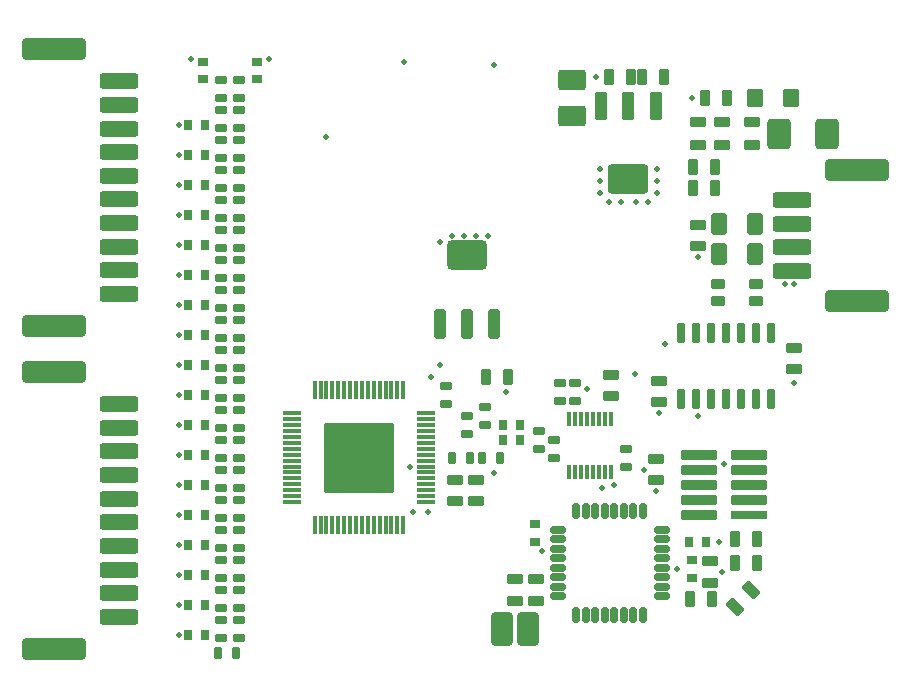
<source format=gts>
G04 Layer_Color=8388736*
%FSLAX25Y25*%
%MOIN*%
G70*
G01*
G75*
G04:AMPARAMS|DCode=45|XSize=41.4mil|YSize=98.49mil|CornerRadius=11.35mil|HoleSize=0mil|Usage=FLASHONLY|Rotation=180.000|XOffset=0mil|YOffset=0mil|HoleType=Round|Shape=RoundedRectangle|*
%AMROUNDEDRECTD45*
21,1,0.04140,0.07579,0,0,180.0*
21,1,0.01870,0.09849,0,0,180.0*
1,1,0.02270,-0.00935,0.03789*
1,1,0.02270,0.00935,0.03789*
1,1,0.02270,0.00935,-0.03789*
1,1,0.02270,-0.00935,-0.03789*
%
%ADD45ROUNDEDRECTD45*%
G04:AMPARAMS|DCode=46|XSize=133.92mil|YSize=98.49mil|CornerRadius=16.17mil|HoleSize=0mil|Usage=FLASHONLY|Rotation=180.000|XOffset=0mil|YOffset=0mil|HoleType=Round|Shape=RoundedRectangle|*
%AMROUNDEDRECTD46*
21,1,0.13392,0.06614,0,0,180.0*
21,1,0.10157,0.09849,0,0,180.0*
1,1,0.03235,-0.05079,0.03307*
1,1,0.03235,0.05079,0.03307*
1,1,0.03235,0.05079,-0.03307*
1,1,0.03235,-0.05079,-0.03307*
%
%ADD46ROUNDEDRECTD46*%
G04:AMPARAMS|DCode=47|XSize=37.47mil|YSize=27.62mil|CornerRadius=4.36mil|HoleSize=0mil|Usage=FLASHONLY|Rotation=0.000|XOffset=0mil|YOffset=0mil|HoleType=Round|Shape=RoundedRectangle|*
%AMROUNDEDRECTD47*
21,1,0.03747,0.01890,0,0,0.0*
21,1,0.02874,0.02762,0,0,0.0*
1,1,0.00872,0.01437,-0.00945*
1,1,0.00872,-0.01437,-0.00945*
1,1,0.00872,-0.01437,0.00945*
1,1,0.00872,0.01437,0.00945*
%
%ADD47ROUNDEDRECTD47*%
G04:AMPARAMS|DCode=48|XSize=53.21mil|YSize=35.5mil|CornerRadius=5.15mil|HoleSize=0mil|Usage=FLASHONLY|Rotation=0.000|XOffset=0mil|YOffset=0mil|HoleType=Round|Shape=RoundedRectangle|*
%AMROUNDEDRECTD48*
21,1,0.05321,0.02520,0,0,0.0*
21,1,0.04291,0.03550,0,0,0.0*
1,1,0.01030,0.02146,-0.01260*
1,1,0.01030,-0.02146,-0.01260*
1,1,0.01030,-0.02146,0.01260*
1,1,0.01030,0.02146,0.01260*
%
%ADD48ROUNDEDRECTD48*%
G04:AMPARAMS|DCode=49|XSize=35.5mil|YSize=29.59mil|CornerRadius=8.4mil|HoleSize=0mil|Usage=FLASHONLY|Rotation=270.000|XOffset=0mil|YOffset=0mil|HoleType=Round|Shape=RoundedRectangle|*
%AMROUNDEDRECTD49*
21,1,0.03550,0.01279,0,0,270.0*
21,1,0.01870,0.02959,0,0,270.0*
1,1,0.01680,-0.00640,-0.00935*
1,1,0.01680,-0.00640,0.00935*
1,1,0.01680,0.00640,0.00935*
1,1,0.01680,0.00640,-0.00935*
%
%ADD49ROUNDEDRECTD49*%
G04:AMPARAMS|DCode=50|XSize=51.24mil|YSize=129.98mil|CornerRadius=9.09mil|HoleSize=0mil|Usage=FLASHONLY|Rotation=270.000|XOffset=0mil|YOffset=0mil|HoleType=Round|Shape=RoundedRectangle|*
%AMROUNDEDRECTD50*
21,1,0.05124,0.11181,0,0,270.0*
21,1,0.03307,0.12998,0,0,270.0*
1,1,0.01817,-0.05591,-0.01654*
1,1,0.01817,-0.05591,0.01654*
1,1,0.01817,0.05591,0.01654*
1,1,0.01817,0.05591,-0.01654*
%
%ADD50ROUNDEDRECTD50*%
G04:AMPARAMS|DCode=51|XSize=70.93mil|YSize=212.66mil|CornerRadius=12.04mil|HoleSize=0mil|Usage=FLASHONLY|Rotation=270.000|XOffset=0mil|YOffset=0mil|HoleType=Round|Shape=RoundedRectangle|*
%AMROUNDEDRECTD51*
21,1,0.07093,0.18858,0,0,270.0*
21,1,0.04685,0.21266,0,0,270.0*
1,1,0.02408,-0.09429,-0.02343*
1,1,0.02408,-0.09429,0.02343*
1,1,0.02408,0.09429,0.02343*
1,1,0.02408,0.09429,-0.02343*
%
%ADD51ROUNDEDRECTD51*%
G04:AMPARAMS|DCode=52|XSize=13.84mil|YSize=63.05mil|CornerRadius=4.46mil|HoleSize=0mil|Usage=FLASHONLY|Rotation=270.000|XOffset=0mil|YOffset=0mil|HoleType=Round|Shape=RoundedRectangle|*
%AMROUNDEDRECTD52*
21,1,0.01384,0.05413,0,0,270.0*
21,1,0.00492,0.06305,0,0,270.0*
1,1,0.00892,-0.02707,-0.00246*
1,1,0.00892,-0.02707,0.00246*
1,1,0.00892,0.02707,0.00246*
1,1,0.00892,0.02707,-0.00246*
%
%ADD52ROUNDEDRECTD52*%
G04:AMPARAMS|DCode=53|XSize=13.84mil|YSize=63.05mil|CornerRadius=4.46mil|HoleSize=0mil|Usage=FLASHONLY|Rotation=0.000|XOffset=0mil|YOffset=0mil|HoleType=Round|Shape=RoundedRectangle|*
%AMROUNDEDRECTD53*
21,1,0.01384,0.05413,0,0,0.0*
21,1,0.00492,0.06305,0,0,0.0*
1,1,0.00892,0.00246,-0.02707*
1,1,0.00892,-0.00246,-0.02707*
1,1,0.00892,-0.00246,0.02707*
1,1,0.00892,0.00246,0.02707*
%
%ADD53ROUNDEDRECTD53*%
G04:AMPARAMS|DCode=54|XSize=37.47mil|YSize=27.62mil|CornerRadius=4.36mil|HoleSize=0mil|Usage=FLASHONLY|Rotation=90.000|XOffset=0mil|YOffset=0mil|HoleType=Round|Shape=RoundedRectangle|*
%AMROUNDEDRECTD54*
21,1,0.03747,0.01890,0,0,90.0*
21,1,0.02874,0.02762,0,0,90.0*
1,1,0.00872,0.00945,0.01437*
1,1,0.00872,0.00945,-0.01437*
1,1,0.00872,-0.00945,-0.01437*
1,1,0.00872,-0.00945,0.01437*
%
%ADD54ROUNDEDRECTD54*%
G04:AMPARAMS|DCode=55|XSize=53.21mil|YSize=31.56mil|CornerRadius=4.76mil|HoleSize=0mil|Usage=FLASHONLY|Rotation=90.000|XOffset=0mil|YOffset=0mil|HoleType=Round|Shape=RoundedRectangle|*
%AMROUNDEDRECTD55*
21,1,0.05321,0.02205,0,0,90.0*
21,1,0.04370,0.03156,0,0,90.0*
1,1,0.00951,0.01102,0.02185*
1,1,0.00951,0.01102,-0.02185*
1,1,0.00951,-0.01102,-0.02185*
1,1,0.00951,-0.01102,0.02185*
%
%ADD55ROUNDEDRECTD55*%
G04:AMPARAMS|DCode=56|XSize=53.21mil|YSize=35.5mil|CornerRadius=5.15mil|HoleSize=0mil|Usage=FLASHONLY|Rotation=270.000|XOffset=0mil|YOffset=0mil|HoleType=Round|Shape=RoundedRectangle|*
%AMROUNDEDRECTD56*
21,1,0.05321,0.02520,0,0,270.0*
21,1,0.04291,0.03550,0,0,270.0*
1,1,0.01030,-0.01260,-0.02146*
1,1,0.01030,-0.01260,0.02146*
1,1,0.01030,0.01260,0.02146*
1,1,0.01030,0.01260,-0.02146*
%
%ADD56ROUNDEDRECTD56*%
G04:AMPARAMS|DCode=57|XSize=35.5mil|YSize=29.59mil|CornerRadius=8.4mil|HoleSize=0mil|Usage=FLASHONLY|Rotation=180.000|XOffset=0mil|YOffset=0mil|HoleType=Round|Shape=RoundedRectangle|*
%AMROUNDEDRECTD57*
21,1,0.03550,0.01279,0,0,180.0*
21,1,0.01870,0.02959,0,0,180.0*
1,1,0.01680,-0.00935,0.00640*
1,1,0.01680,0.00935,0.00640*
1,1,0.01680,0.00935,-0.00640*
1,1,0.01680,-0.00935,-0.00640*
%
%ADD57ROUNDEDRECTD57*%
G04:AMPARAMS|DCode=58|XSize=59.12mil|YSize=55.18mil|CornerRadius=7.12mil|HoleSize=0mil|Usage=FLASHONLY|Rotation=90.000|XOffset=0mil|YOffset=0mil|HoleType=Round|Shape=RoundedRectangle|*
%AMROUNDEDRECTD58*
21,1,0.05912,0.04095,0,0,90.0*
21,1,0.04488,0.05518,0,0,90.0*
1,1,0.01424,0.02047,0.02244*
1,1,0.01424,0.02047,-0.02244*
1,1,0.01424,-0.02047,-0.02244*
1,1,0.01424,-0.02047,0.02244*
%
%ADD58ROUNDEDRECTD58*%
G04:AMPARAMS|DCode=59|XSize=31.56mil|YSize=122.11mil|CornerRadius=6.13mil|HoleSize=0mil|Usage=FLASHONLY|Rotation=90.000|XOffset=0mil|YOffset=0mil|HoleType=Round|Shape=RoundedRectangle|*
%AMROUNDEDRECTD59*
21,1,0.03156,0.10984,0,0,90.0*
21,1,0.01929,0.12211,0,0,90.0*
1,1,0.01227,0.05492,0.00965*
1,1,0.01227,0.05492,-0.00965*
1,1,0.01227,-0.05492,-0.00965*
1,1,0.01227,-0.05492,0.00965*
%
%ADD59ROUNDEDRECTD59*%
%ADD60R,0.12211X0.03156*%
G04:AMPARAMS|DCode=61|XSize=110.3mil|YSize=70.93mil|CornerRadius=8.69mil|HoleSize=0mil|Usage=FLASHONLY|Rotation=270.000|XOffset=0mil|YOffset=0mil|HoleType=Round|Shape=RoundedRectangle|*
%AMROUNDEDRECTD61*
21,1,0.11030,0.05354,0,0,270.0*
21,1,0.09291,0.07093,0,0,270.0*
1,1,0.01739,-0.02677,-0.04646*
1,1,0.01739,-0.02677,0.04646*
1,1,0.01739,0.02677,0.04646*
1,1,0.01739,0.02677,-0.04646*
%
%ADD61ROUNDEDRECTD61*%
G04:AMPARAMS|DCode=62|XSize=27.62mil|YSize=66.99mil|CornerRadius=4.36mil|HoleSize=0mil|Usage=FLASHONLY|Rotation=180.000|XOffset=0mil|YOffset=0mil|HoleType=Round|Shape=RoundedRectangle|*
%AMROUNDEDRECTD62*
21,1,0.02762,0.05827,0,0,180.0*
21,1,0.01890,0.06699,0,0,180.0*
1,1,0.00872,-0.00945,0.02913*
1,1,0.00872,0.00945,0.02913*
1,1,0.00872,0.00945,-0.02913*
1,1,0.00872,-0.00945,-0.02913*
%
%ADD62ROUNDEDRECTD62*%
G04:AMPARAMS|DCode=63|XSize=23.68mil|YSize=55.18mil|CornerRadius=6.92mil|HoleSize=0mil|Usage=FLASHONLY|Rotation=0.000|XOffset=0mil|YOffset=0mil|HoleType=Round|Shape=RoundedRectangle|*
%AMROUNDEDRECTD63*
21,1,0.02368,0.04134,0,0,0.0*
21,1,0.00984,0.05518,0,0,0.0*
1,1,0.01384,0.00492,-0.02067*
1,1,0.01384,-0.00492,-0.02067*
1,1,0.01384,-0.00492,0.02067*
1,1,0.01384,0.00492,0.02067*
%
%ADD63ROUNDEDRECTD63*%
G04:AMPARAMS|DCode=64|XSize=23.68mil|YSize=55.18mil|CornerRadius=6.92mil|HoleSize=0mil|Usage=FLASHONLY|Rotation=270.000|XOffset=0mil|YOffset=0mil|HoleType=Round|Shape=RoundedRectangle|*
%AMROUNDEDRECTD64*
21,1,0.02368,0.04134,0,0,270.0*
21,1,0.00984,0.05518,0,0,270.0*
1,1,0.01384,-0.02067,-0.00492*
1,1,0.01384,-0.02067,0.00492*
1,1,0.01384,0.02067,0.00492*
1,1,0.01384,0.02067,-0.00492*
%
%ADD64ROUNDEDRECTD64*%
G04:AMPARAMS|DCode=65|XSize=133.92mil|YSize=98.49mil|CornerRadius=11.45mil|HoleSize=0mil|Usage=FLASHONLY|Rotation=0.000|XOffset=0mil|YOffset=0mil|HoleType=Round|Shape=RoundedRectangle|*
%AMROUNDEDRECTD65*
21,1,0.13392,0.07559,0,0,0.0*
21,1,0.11102,0.09849,0,0,0.0*
1,1,0.02290,0.05551,-0.03780*
1,1,0.02290,-0.05551,-0.03780*
1,1,0.02290,-0.05551,0.03780*
1,1,0.02290,0.05551,0.03780*
%
%ADD65ROUNDEDRECTD65*%
G04:AMPARAMS|DCode=66|XSize=41.4mil|YSize=90.61mil|CornerRadius=5.74mil|HoleSize=0mil|Usage=FLASHONLY|Rotation=0.000|XOffset=0mil|YOffset=0mil|HoleType=Round|Shape=RoundedRectangle|*
%AMROUNDEDRECTD66*
21,1,0.04140,0.07913,0,0,0.0*
21,1,0.02992,0.09061,0,0,0.0*
1,1,0.01148,0.01496,-0.03957*
1,1,0.01148,-0.01496,-0.03957*
1,1,0.01148,-0.01496,0.03957*
1,1,0.01148,0.01496,0.03957*
%
%ADD66ROUNDEDRECTD66*%
G04:AMPARAMS|DCode=67|XSize=53.21mil|YSize=31.56mil|CornerRadius=4.76mil|HoleSize=0mil|Usage=FLASHONLY|Rotation=0.000|XOffset=0mil|YOffset=0mil|HoleType=Round|Shape=RoundedRectangle|*
%AMROUNDEDRECTD67*
21,1,0.05321,0.02205,0,0,0.0*
21,1,0.04370,0.03156,0,0,0.0*
1,1,0.00951,0.02185,-0.01102*
1,1,0.00951,-0.02185,-0.01102*
1,1,0.00951,-0.02185,0.01102*
1,1,0.00951,0.02185,0.01102*
%
%ADD67ROUNDEDRECTD67*%
G04:AMPARAMS|DCode=68|XSize=70.93mil|YSize=51.24mil|CornerRadius=6.72mil|HoleSize=0mil|Usage=FLASHONLY|Rotation=90.000|XOffset=0mil|YOffset=0mil|HoleType=Round|Shape=RoundedRectangle|*
%AMROUNDEDRECTD68*
21,1,0.07093,0.03780,0,0,90.0*
21,1,0.05748,0.05124,0,0,90.0*
1,1,0.01345,0.01890,0.02874*
1,1,0.01345,0.01890,-0.02874*
1,1,0.01345,-0.01890,-0.02874*
1,1,0.01345,-0.01890,0.02874*
%
%ADD68ROUNDEDRECTD68*%
G04:AMPARAMS|DCode=69|XSize=47.31mil|YSize=35.5mil|CornerRadius=6.72mil|HoleSize=0mil|Usage=FLASHONLY|Rotation=180.000|XOffset=0mil|YOffset=0mil|HoleType=Round|Shape=RoundedRectangle|*
%AMROUNDEDRECTD69*
21,1,0.04731,0.02205,0,0,180.0*
21,1,0.03386,0.03550,0,0,180.0*
1,1,0.01345,-0.01693,0.01102*
1,1,0.01345,0.01693,0.01102*
1,1,0.01345,0.01693,-0.01102*
1,1,0.01345,-0.01693,-0.01102*
%
%ADD69ROUNDEDRECTD69*%
G04:AMPARAMS|DCode=70|XSize=59.12mil|YSize=35.5mil|CornerRadius=5.15mil|HoleSize=0mil|Usage=FLASHONLY|Rotation=315.000|XOffset=0mil|YOffset=0mil|HoleType=Round|Shape=RoundedRectangle|*
%AMROUNDEDRECTD70*
21,1,0.05912,0.02520,0,0,315.0*
21,1,0.04882,0.03550,0,0,315.0*
1,1,0.01030,0.00835,-0.02617*
1,1,0.01030,-0.02617,0.00835*
1,1,0.01030,-0.00835,0.02617*
1,1,0.01030,0.02617,-0.00835*
%
%ADD70ROUNDEDRECTD70*%
G04:AMPARAMS|DCode=71|XSize=78.8mil|YSize=102.43mil|CornerRadius=13.22mil|HoleSize=0mil|Usage=FLASHONLY|Rotation=180.000|XOffset=0mil|YOffset=0mil|HoleType=Round|Shape=RoundedRectangle|*
%AMROUNDEDRECTD71*
21,1,0.07880,0.07598,0,0,180.0*
21,1,0.05236,0.10243,0,0,180.0*
1,1,0.02644,-0.02618,0.03799*
1,1,0.02644,0.02618,0.03799*
1,1,0.02644,0.02618,-0.03799*
1,1,0.02644,-0.02618,-0.03799*
%
%ADD71ROUNDEDRECTD71*%
G04:AMPARAMS|DCode=72|XSize=94.55mil|YSize=68.96mil|CornerRadius=11.74mil|HoleSize=0mil|Usage=FLASHONLY|Rotation=180.000|XOffset=0mil|YOffset=0mil|HoleType=Round|Shape=RoundedRectangle|*
%AMROUNDEDRECTD72*
21,1,0.09455,0.04547,0,0,180.0*
21,1,0.07106,0.06896,0,0,180.0*
1,1,0.02349,-0.03553,0.02274*
1,1,0.02349,0.03553,0.02274*
1,1,0.02349,0.03553,-0.02274*
1,1,0.02349,-0.03553,-0.02274*
%
%ADD72ROUNDEDRECTD72*%
G04:AMPARAMS|DCode=73|XSize=15.02mil|YSize=47.31mil|CornerRadius=3.65mil|HoleSize=0mil|Usage=FLASHONLY|Rotation=180.000|XOffset=0mil|YOffset=0mil|HoleType=Round|Shape=RoundedRectangle|*
%AMROUNDEDRECTD73*
21,1,0.01502,0.04000,0,0,180.0*
21,1,0.00772,0.04731,0,0,180.0*
1,1,0.00731,-0.00386,0.02000*
1,1,0.00731,0.00386,0.02000*
1,1,0.00731,0.00386,-0.02000*
1,1,0.00731,-0.00386,-0.02000*
%
%ADD73ROUNDEDRECTD73*%
G04:AMPARAMS|DCode=74|XSize=236.28mil|YSize=236.28mil|CornerRadius=13.61mil|HoleSize=0mil|Usage=FLASHONLY|Rotation=270.000|XOffset=0mil|YOffset=0mil|HoleType=Round|Shape=RoundedRectangle|*
%AMROUNDEDRECTD74*
21,1,0.23628,0.20906,0,0,270.0*
21,1,0.20906,0.23628,0,0,270.0*
1,1,0.02723,-0.10453,-0.10453*
1,1,0.02723,-0.10453,0.10453*
1,1,0.02723,0.10453,0.10453*
1,1,0.02723,0.10453,-0.10453*
%
%ADD74ROUNDEDRECTD74*%
%ADD75C,0.00400*%
%ADD76C,0.01975*%
D45*
X140945Y119583D02*
D03*
X150000D02*
D03*
X159055D02*
D03*
D46*
X150000Y142417D02*
D03*
D47*
X74000Y30953D02*
D03*
Y25047D02*
D03*
X68000Y30953D02*
D03*
Y25047D02*
D03*
X74000Y40953D02*
D03*
Y35047D02*
D03*
X68000Y40953D02*
D03*
Y35047D02*
D03*
X74000Y20953D02*
D03*
Y15047D02*
D03*
X68000Y20953D02*
D03*
Y15047D02*
D03*
X74000Y50953D02*
D03*
Y45047D02*
D03*
X68000Y50953D02*
D03*
Y45047D02*
D03*
X74000Y60953D02*
D03*
Y55047D02*
D03*
X68000Y60953D02*
D03*
Y55047D02*
D03*
X74000Y70953D02*
D03*
Y65047D02*
D03*
X68000Y70953D02*
D03*
Y65047D02*
D03*
X74000Y80953D02*
D03*
Y75047D02*
D03*
X68000Y80953D02*
D03*
Y75047D02*
D03*
X74000Y90953D02*
D03*
Y85047D02*
D03*
X68000Y90953D02*
D03*
Y85047D02*
D03*
X74000Y100953D02*
D03*
Y95047D02*
D03*
X68000Y100953D02*
D03*
Y95047D02*
D03*
X74000Y110953D02*
D03*
Y105047D02*
D03*
X68000Y110953D02*
D03*
Y105047D02*
D03*
X143000Y98953D02*
D03*
Y93047D02*
D03*
X74000Y120953D02*
D03*
Y115047D02*
D03*
X68000Y120953D02*
D03*
Y115047D02*
D03*
X74000Y130953D02*
D03*
Y125047D02*
D03*
X68000Y130953D02*
D03*
Y125047D02*
D03*
X74000Y140953D02*
D03*
Y135047D02*
D03*
X203000Y72047D02*
D03*
Y77953D02*
D03*
X68000Y140953D02*
D03*
Y135047D02*
D03*
X74000Y150953D02*
D03*
Y145047D02*
D03*
X68000Y150953D02*
D03*
Y145047D02*
D03*
X74000Y160953D02*
D03*
Y155047D02*
D03*
X68000Y160953D02*
D03*
Y155047D02*
D03*
X74000Y170953D02*
D03*
Y165047D02*
D03*
X68000Y170953D02*
D03*
Y165047D02*
D03*
X74000Y180953D02*
D03*
Y175047D02*
D03*
X68000Y180953D02*
D03*
Y175047D02*
D03*
X74000Y190953D02*
D03*
Y185047D02*
D03*
X68000Y190953D02*
D03*
Y185047D02*
D03*
Y195047D02*
D03*
Y200953D02*
D03*
X74000Y195047D02*
D03*
Y200953D02*
D03*
X156000Y91953D02*
D03*
Y86047D02*
D03*
X150000Y88779D02*
D03*
Y82874D02*
D03*
X174000Y78047D02*
D03*
Y83953D02*
D03*
X179000Y75047D02*
D03*
Y80953D02*
D03*
X181000Y94047D02*
D03*
Y99953D02*
D03*
X186000D02*
D03*
Y94047D02*
D03*
D48*
X153000Y60457D02*
D03*
Y67543D02*
D03*
X146000Y60457D02*
D03*
Y67543D02*
D03*
X227000Y152543D02*
D03*
Y145457D02*
D03*
X259000Y111543D02*
D03*
Y104457D02*
D03*
X214000Y100543D02*
D03*
Y93457D02*
D03*
X231043Y40425D02*
D03*
Y33339D02*
D03*
X172980Y34425D02*
D03*
Y27339D02*
D03*
X165980Y34425D02*
D03*
Y27339D02*
D03*
X213000Y67457D02*
D03*
Y74543D02*
D03*
X198000Y95457D02*
D03*
Y102543D02*
D03*
D49*
X62854Y26000D02*
D03*
X57146D02*
D03*
X62854Y36000D02*
D03*
X57146D02*
D03*
X62854Y46000D02*
D03*
X57146D02*
D03*
X62854Y16000D02*
D03*
X57146D02*
D03*
X62854Y56000D02*
D03*
X57146D02*
D03*
X62854Y66000D02*
D03*
X57146D02*
D03*
X62854Y76000D02*
D03*
X57146D02*
D03*
X62854Y86000D02*
D03*
X57146D02*
D03*
X62854Y96000D02*
D03*
X57146D02*
D03*
X62854Y106000D02*
D03*
X57146D02*
D03*
X62854Y116000D02*
D03*
X57146D02*
D03*
X62854Y126000D02*
D03*
X57146D02*
D03*
X62854Y136000D02*
D03*
X57146D02*
D03*
X62854Y146000D02*
D03*
X57146D02*
D03*
X62854Y156000D02*
D03*
X57146D02*
D03*
X62854Y166000D02*
D03*
X57146D02*
D03*
X62854Y176000D02*
D03*
X57146D02*
D03*
X62854Y186000D02*
D03*
X57146D02*
D03*
X229854Y47000D02*
D03*
X224146D02*
D03*
X167854Y81000D02*
D03*
X162146D02*
D03*
X167854Y86000D02*
D03*
X162146D02*
D03*
D50*
X34055Y37697D02*
D03*
Y45571D02*
D03*
Y53445D02*
D03*
Y61319D02*
D03*
Y69193D02*
D03*
Y77067D02*
D03*
Y84941D02*
D03*
Y92815D02*
D03*
Y29823D02*
D03*
Y21949D02*
D03*
X34075Y145315D02*
D03*
Y153189D02*
D03*
Y161063D02*
D03*
Y168937D02*
D03*
Y176811D02*
D03*
Y184685D02*
D03*
Y192559D02*
D03*
Y200433D02*
D03*
Y137441D02*
D03*
Y129567D02*
D03*
X258425Y160811D02*
D03*
Y152937D02*
D03*
Y145063D02*
D03*
Y137189D02*
D03*
D51*
X12480Y11319D02*
D03*
Y103445D02*
D03*
X12500Y118937D02*
D03*
Y211063D02*
D03*
X280000Y170850D02*
D03*
Y127150D02*
D03*
D52*
X136441Y89764D02*
D03*
Y87795D02*
D03*
Y85827D02*
D03*
Y83858D02*
D03*
Y81890D02*
D03*
Y79921D02*
D03*
Y77953D02*
D03*
Y75984D02*
D03*
Y74016D02*
D03*
Y72047D02*
D03*
Y70079D02*
D03*
Y68110D02*
D03*
Y66142D02*
D03*
Y64173D02*
D03*
Y62205D02*
D03*
Y60236D02*
D03*
X91559D02*
D03*
Y62205D02*
D03*
Y64173D02*
D03*
Y66142D02*
D03*
Y68110D02*
D03*
Y70079D02*
D03*
Y72047D02*
D03*
Y74016D02*
D03*
Y75984D02*
D03*
Y77953D02*
D03*
Y79921D02*
D03*
Y81890D02*
D03*
Y83858D02*
D03*
Y85827D02*
D03*
Y87795D02*
D03*
Y89764D02*
D03*
D53*
X128764Y52559D02*
D03*
X126795D02*
D03*
X124827D02*
D03*
X122858D02*
D03*
X120890D02*
D03*
X118921D02*
D03*
X116953D02*
D03*
X114984D02*
D03*
X113016D02*
D03*
X111047D02*
D03*
X109079D02*
D03*
X107110D02*
D03*
X105142D02*
D03*
X103173D02*
D03*
X101205D02*
D03*
X99236D02*
D03*
Y97441D02*
D03*
X101205D02*
D03*
X103173D02*
D03*
X105142D02*
D03*
X107110D02*
D03*
X109079D02*
D03*
X111047D02*
D03*
X113016D02*
D03*
X114984D02*
D03*
X116953D02*
D03*
X118921D02*
D03*
X120890D02*
D03*
X122858D02*
D03*
X124827D02*
D03*
X126795D02*
D03*
X128764D02*
D03*
D54*
X67047Y10000D02*
D03*
X72953D02*
D03*
X160953Y75000D02*
D03*
X155047D02*
D03*
X150953D02*
D03*
X145047D02*
D03*
D55*
X246740Y48000D02*
D03*
X239260D02*
D03*
X231783Y27882D02*
D03*
X224303D02*
D03*
X246740Y40000D02*
D03*
X239260D02*
D03*
X232740Y165000D02*
D03*
X225260D02*
D03*
X204740Y202000D02*
D03*
X197260D02*
D03*
X215740D02*
D03*
X208260D02*
D03*
D56*
X156457Y102000D02*
D03*
X163543D02*
D03*
X236543Y195000D02*
D03*
X229457D02*
D03*
X232543Y172000D02*
D03*
X225457D02*
D03*
D57*
X62000Y201146D02*
D03*
Y206854D02*
D03*
X80000Y201146D02*
D03*
Y206854D02*
D03*
X225043Y35028D02*
D03*
Y40736D02*
D03*
X172543Y47028D02*
D03*
Y52736D02*
D03*
D58*
X246094Y195000D02*
D03*
X257906D02*
D03*
D59*
X227437Y75922D02*
D03*
Y70922D02*
D03*
Y65922D02*
D03*
X243972Y75922D02*
D03*
Y70922D02*
D03*
Y65922D02*
D03*
X227437Y60922D02*
D03*
X243972D02*
D03*
X227437Y55922D02*
D03*
D60*
X243972D02*
D03*
D61*
X170311Y17882D02*
D03*
X161650D02*
D03*
D62*
X221437Y94476D02*
D03*
X226437D02*
D03*
X231437D02*
D03*
X236437D02*
D03*
X241437D02*
D03*
X246437D02*
D03*
X251437D02*
D03*
X221437Y116524D02*
D03*
X226437D02*
D03*
X231437D02*
D03*
X236437D02*
D03*
X241437D02*
D03*
X246437D02*
D03*
X251437D02*
D03*
D63*
X208567Y57205D02*
D03*
X205417D02*
D03*
X202268D02*
D03*
X199118D02*
D03*
X195968D02*
D03*
X192819D02*
D03*
X189669D02*
D03*
X186520D02*
D03*
Y22559D02*
D03*
X189669D02*
D03*
X192819D02*
D03*
X195968D02*
D03*
X199118D02*
D03*
X202268D02*
D03*
X205417D02*
D03*
X208567D02*
D03*
D64*
X180220Y50906D02*
D03*
Y47756D02*
D03*
Y44606D02*
D03*
Y41457D02*
D03*
Y38307D02*
D03*
Y35157D02*
D03*
Y32008D02*
D03*
Y28858D02*
D03*
X214866D02*
D03*
Y32008D02*
D03*
Y35157D02*
D03*
Y38307D02*
D03*
Y41457D02*
D03*
Y44606D02*
D03*
Y47756D02*
D03*
Y50906D02*
D03*
D65*
X203850Y167740D02*
D03*
D66*
X194795Y192150D02*
D03*
X203850D02*
D03*
X212906D02*
D03*
D67*
X245000Y179260D02*
D03*
Y186740D02*
D03*
X235000Y186740D02*
D03*
Y179260D02*
D03*
X227000Y186740D02*
D03*
Y179260D02*
D03*
D68*
X245905Y143000D02*
D03*
X234095D02*
D03*
X245905Y153000D02*
D03*
X234095D02*
D03*
D69*
X246299Y132756D02*
D03*
X233701D02*
D03*
Y127244D02*
D03*
X246299D02*
D03*
D70*
X244784Y30784D02*
D03*
X239216Y25216D02*
D03*
D71*
X254126Y183000D02*
D03*
X269874D02*
D03*
D72*
X185000Y188996D02*
D03*
Y201004D02*
D03*
D73*
X197890Y87858D02*
D03*
X195921D02*
D03*
X193953D02*
D03*
X191984D02*
D03*
X190016D02*
D03*
X188047D02*
D03*
X186079D02*
D03*
X184110D02*
D03*
X197890Y70142D02*
D03*
X195921D02*
D03*
X193953D02*
D03*
X191984D02*
D03*
X190016D02*
D03*
X188047D02*
D03*
X186079D02*
D03*
X184110D02*
D03*
D74*
X114000Y75000D02*
D03*
D75*
X106299Y15748D02*
D03*
X275590Y204724D02*
D03*
X106299D02*
D03*
X275590Y15748D02*
D03*
D76*
X129000Y207000D02*
D03*
X103000Y182000D02*
D03*
X159000Y206000D02*
D03*
X141000Y147000D02*
D03*
X157000Y149000D02*
D03*
X153000D02*
D03*
X149000D02*
D03*
X145000D02*
D03*
X216000Y113000D02*
D03*
X209000Y71000D02*
D03*
X206000Y103000D02*
D03*
X259000Y133000D02*
D03*
X190000Y98000D02*
D03*
X193000Y202000D02*
D03*
X141000Y106000D02*
D03*
X138000Y102000D02*
D03*
X131000Y72000D02*
D03*
X132000Y57000D02*
D03*
X137000D02*
D03*
X235000Y37000D02*
D03*
X234000Y47000D02*
D03*
X220043Y37882D02*
D03*
X235705Y72882D02*
D03*
X256000Y133000D02*
D03*
X225000Y195000D02*
D03*
X227000Y89000D02*
D03*
Y142000D02*
D03*
X214000Y90000D02*
D03*
X174980Y43882D02*
D03*
X194480Y171382D02*
D03*
Y167382D02*
D03*
Y163382D02*
D03*
X213480Y171382D02*
D03*
Y167382D02*
D03*
Y163382D02*
D03*
X210480Y160382D02*
D03*
X197480D02*
D03*
X201480D02*
D03*
X206480D02*
D03*
X54000Y26000D02*
D03*
Y16000D02*
D03*
Y36000D02*
D03*
Y46000D02*
D03*
Y56000D02*
D03*
Y66000D02*
D03*
Y76000D02*
D03*
Y86000D02*
D03*
Y96000D02*
D03*
Y106000D02*
D03*
Y116000D02*
D03*
Y126000D02*
D03*
Y136000D02*
D03*
Y146000D02*
D03*
Y156000D02*
D03*
Y166000D02*
D03*
Y176000D02*
D03*
Y186000D02*
D03*
X58000Y208000D02*
D03*
X84000D02*
D03*
X259000Y100000D02*
D03*
X199000Y66000D02*
D03*
X195000Y65000D02*
D03*
X213000Y64000D02*
D03*
X159000Y70000D02*
D03*
X163000Y97000D02*
D03*
M02*

</source>
